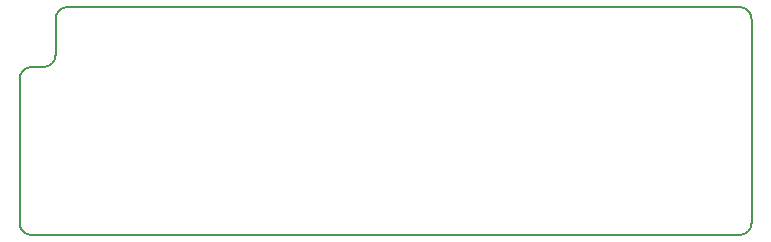
<source format=gbr>
G04 #@! TF.FileFunction,Profile,NP*
%FSLAX46Y46*%
G04 Gerber Fmt 4.6, Leading zero omitted, Abs format (unit mm)*
G04 Created by KiCad (PCBNEW (2014-10-31 BZR 5247)-product) date Sonntag, 14. Dezember 2014 16:47:01*
%MOMM*%
G01*
G04 APERTURE LIST*
%ADD10C,0.100000*%
%ADD11C,0.200000*%
G04 APERTURE END LIST*
D10*
D11*
X192024000Y-136144000D02*
X192024000Y-153416000D01*
X191008000Y-154432000D02*
G75*
G03X192024000Y-153416000I0J1016000D01*
G01*
X192024000Y-136144000D02*
G75*
G03X191008000Y-135128000I-1016000J0D01*
G01*
X133096000Y-139192000D02*
X133096000Y-136144000D01*
X131064000Y-140208000D02*
X132080000Y-140208000D01*
X132080000Y-140208000D02*
G75*
G03X133096000Y-139192000I0J1016000D01*
G01*
X134112000Y-135128000D02*
G75*
G03X133096000Y-136144000I0J-1016000D01*
G01*
X130048000Y-141224000D02*
X130048000Y-153416000D01*
X130048000Y-153416000D02*
G75*
G03X131064000Y-154432000I1016000J0D01*
G01*
X131064000Y-140208000D02*
G75*
G03X130048000Y-141224000I0J-1016000D01*
G01*
X191000000Y-135128000D02*
X134112000Y-135128000D01*
X131000000Y-154432000D02*
X191000000Y-154432000D01*
M02*

</source>
